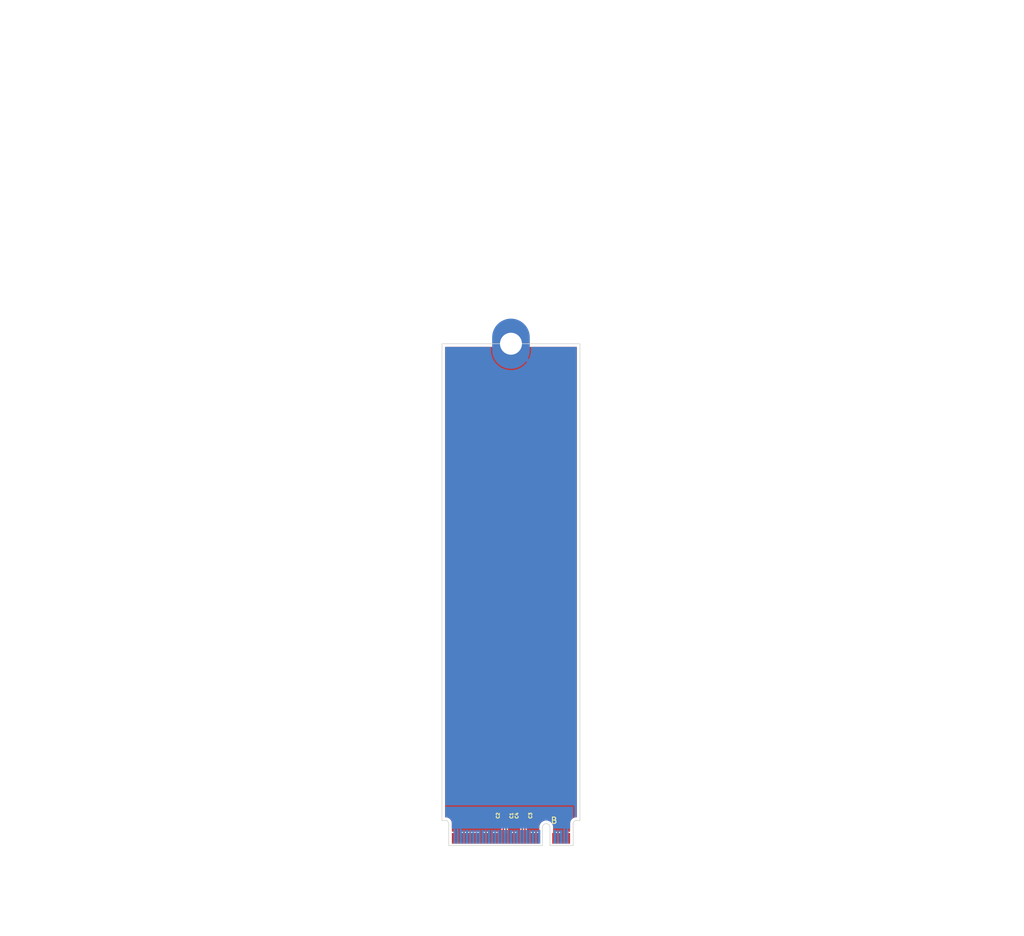
<source format=kicad_pcb>
(kicad_pcb (version 20241229) (generator "pcbnew") (generator_version "9.0")
  (layers (0 "F.Cu" signal) (2 "B.Cu" signal) (13 "F.Paste" user) (15 "B.Paste" user) (5 "F.SilkS" user "F.Silkscreen") (7 "B.SilkS" user "B.Silkscreen") (1 "F.Mask" user) (3 "B.Mask" user) (25 "Edge.Cuts" user))
  (net 0 "")
  (net 1 "/M.2 B key/PET0N")
  (net 2 "/M.2 B key/PET0P")
  (net 3 "/M.2 B key/PET1P")
  (net 4 "/M.2 B key/PET1N")
  (net 5 "GND")
  (net 6 "/CONFIG_3")
  (net 7 "+3.3V")
  (net 8 "/FULL_CARD_PWR_OFF#")
  (net 9 "/USB_D+")
  (net 10 "/W_DISABLE1#")
  (net 11 "/USB_D-")
  (net 12 "/GPIO_9{slash}LED#1")
  (net 13 "/GPIO_5")
  (net 14 "/CONFIG_0")
  (net 15 "/GPIO_6")
  (net 16 "/DPR")
  (net 17 "/GPIO_7")
  (net 18 "/GPIO_11")
  (net 19 "/GPIO_10")
  (net 20 "/GPIO_8")
  (net 21 "/UIM-RESET")
  (net 22 "/UIM-CLK")
  (net 23 "/UIM-DATA")
  (net 24 "/PER1-")
  (net 25 "/UIM-PWR")
  (net 26 "/PER1+")
  (net 27 "/DEVSLP")
  (net 28 "/GPIO_0")
  (net 29 "/GPIO_1")
  (net 30 "/GPIO_2")
  (net 31 "/GPIO_3")
  (net 32 "/PER0-")
  (net 33 "/GPIO_4")
  (net 34 "/PER0+")
  (net 35 "/PERST#")
  (net 36 "/CLKREQ#")
  (net 37 "/REFCLK-")
  (net 38 "/PEWAKE#")
  (net 39 "/REFCLK+")
  (net 42 "/ANTCTL0")
  (net 44 "/ANTCTL1")
  (net 46 "/ANTCTL2")
  (net 48 "/ANTCTL3")
  (net 49 "/SIM_DETECT")
  (net 50 "/RESET#")
  (net 51 "/SUSCLK")
  (net 52 "/CONFIG_1")
  (net 53 "/CONFIG_2")
  (net 54 "/PET0+")
  (net 55 "/PET1+")
  (net 56 "/PET1-")
  (net 57 "/PET0-")
  (footprint "Capacitor_SMD:C_0201_0603Metric" (layer "F.Cu") (at 109.11 153.5 90)
    (property "Reference" "C1" (at 0 0.73 270) (layer "F.SilkS") (effects (font (size 0.5 0.5))))
    (property "Value" "220nF")
    (pad "1" smd roundrect (at -0.32 0 90) (size 0.46 0.4) (layers "F.Cu" "F.Mask") (net 1 "/M.2 B key/PET0N"))
    (pad "2" smd roundrect (at 0.32 0 90) (size 0.46 0.4) (layers "F.Cu" "F.Mask") (net 57 "/PET0-"))
  )
  (footprint "Capacitor_SMD:C_0201_0603Metric" (layer "F.Cu") (at 112.11 153.5 90)
    (property "Reference" "C3" (at 0 0.75 90) (layer "F.SilkS") (effects (font (size 0.5 0.5))))
    (property "Value" "220nF")
    (pad "1" smd roundrect (at -0.32 0 90) (size 0.46 0.4) (layers "F.Cu" "F.Mask") (net 4 "/M.2 B key/PET1N"))
    (pad "2" smd roundrect (at 0.32 0 90) (size 0.46 0.4) (layers "F.Cu" "F.Mask") (net 56 "/PET1-"))
  )
  (footprint "Athena KiCAd library:M.2 Mounting Pad" (layer "F.Cu") (at 109.76 78.27)
    (property "Reference" "H1")
    (property "Value" "MountingHole_Pad")
    (pad "1" thru_hole circle (at 0 0) (size 5.5 5.5) (drill 3.5) (property pad_prop_castellated) (layers "*.Cu" "*.Mask") (net 5 "GND") (padstack (mode front_inner_back) (layer "Inner" (shape circle) (size 5.5 5.5)) (layer "B.Cu" (shape oval) (size 6 8))))
  )
  (footprint "Capacitor_SMD:C_0201_0603Metric" (layer "F.Cu") (at 108.41 153.5 90)
    (property "Reference" "C2" (at 0 -0.73 90) (layer "F.SilkS") (effects (font (size 0.5 0.5))))
    (property "Value" "220nF")
    (pad "1" smd roundrect (at -0.32 0 90) (size 0.46 0.4) (layers "F.Cu" "F.Mask") (net 2 "/M.2 B key/PET0P"))
    (pad "2" smd roundrect (at 0.32 0 90) (size 0.46 0.4) (layers "F.Cu" "F.Mask") (net 54 "/PET0+"))
  )
  (footprint "Capacitor_SMD:C_0201_0603Metric" (layer "F.Cu") (at 111.41 153.5 90)
    (property "Reference" "C4" (at 0 -0.72 90) (layer "F.SilkS") (effects (font (size 0.5 0.5))))
    (property "Value" "220nF")
    (pad "1" smd roundrect (at -0.32 0 90) (size 0.46 0.4) (layers "F.Cu" "F.Mask") (net 3 "/M.2 B key/PET1P"))
    (pad "2" smd roundrect (at 0.32 0 90) (size 0.46 0.4) (layers "F.Cu" "F.Mask") (net 55 "/PET1+"))
  )
  (footprint "PCIexpress:M.2 B Key Connector" (layer "F.Cu") (at 109.76 157.16)
    (property "Reference" "J1")
    (property "Value" "~")
    (fp_line (start -11 -2.89) (end -10.425 -2.89) (stroke (width 0.1)) (layer "Edge.Cuts") (net 120))
    (fp_line (start -9.925 -2.39) (end -9.925 1.11) (stroke (width 0.1)) (layer "Edge.Cuts") (net 120))
    (fp_line (start 5.02 -1.79) (end 5.02 1.11) (stroke (width 0.1)) (layer "Edge.Cuts") (net 120))
    (fp_line (start 5.02 1.11) (end -9.925 1.11) (stroke (width 0.1)) (layer "Edge.Cuts") (net 120))
    (fp_line (start 6.22 -1.79) (end 6.22 1.11) (stroke (width 0.1)) (layer "Edge.Cuts") (net 120))
    (fp_line (start 6.225333 1.11) (end 9.925 1.11) (stroke (width 0.1)) (layer "Edge.Cuts") (net 120))
    (fp_line (start 9.925 -2.39) (end 9.925 1.11) (stroke (width 0.1)) (layer "Edge.Cuts") (net 120))
    (fp_line (start 10.425 -2.89) (end 11 -2.89) (stroke (width 0.1)) (layer "Edge.Cuts") (net 120))
    (fp_arc (start -10.425 -2.89) (mid -10.071447 -2.743553) (end -9.925 -2.39) (stroke (width 0.1)) (layer "Edge.Cuts") (net 120))
    (fp_arc (start 5.02 -1.79) (mid 5.62 -2.39) (end 6.22 -1.79) (stroke (width 0.1)) (layer "Edge.Cuts") (net 120))
    (fp_arc (start 9.925 -2.39) (mid 10.071447 -2.743553) (end 10.425 -2.89) (stroke (width 0.1)) (layer "Edge.Cuts") (net 120))
    (fp_text user "B" (at 6.27 -2.3 0) (layer "F.SilkS") (effects (justify left bottom)))
    (pad "1" smd rect (at 9.25 -0.04 180) (size 0.35 1.7) (layers "F.Cu") (net 6 "/CONFIG_3"))
    (pad "2" smd rect (at 9 -0.29 180) (size 0.35 2.2) (layers "B.Cu") (net 7 "+3.3V"))
    (pad "3" smd rect (at 8.75 -0.04 180) (size 0.35 1.7) (layers "F.Cu") (net 5 "GND"))
    (pad "4" smd rect (at 8.5 -0.29 180) (size 0.35 2.2) (layers "B.Cu") (net 7 "+3.3V"))
    (pad "5" smd rect (at 8.25 -0.04 180) (size 0.35 1.7) (layers "F.Cu") (net 5 "GND"))
    (pad "6" smd rect (at 8 -0.29 180) (size 0.35 2.2) (layers "B.Cu") (net 8 "/FULL_CARD_PWR_OFF#"))
    (pad "7" smd rect (at 7.75 -0.04 180) (size 0.35 1.7) (layers "F.Cu") (net 9 "/USB_D+"))
    (pad "8" smd rect (at 7.5 -0.29 180) (size 0.35 2.2) (layers "B.Cu") (net 10 "/W_DISABLE1#"))
    (pad "9" smd rect (at 7.25 -0.04 180) (size 0.35 1.7) (layers "F.Cu") (net 11 "/USB_D-"))
    (pad "10" smd rect (at 7 -0.29 180) (size 0.35 2.2) (layers "B.Cu") (net 12 "/GPIO_9{slash}LED#1"))
    (pad "11" smd rect (at 6.75 -0.04 180) (size 0.35 1.7) (layers "F.Cu") (net 5 "GND"))
    (pad "20" smd rect (at 4.5 -0.29 180) (size 0.35 2.2) (layers "B.Cu") (net 13 "/GPIO_5"))
    (pad "21" smd rect (at 4.25 -0.04 180) (size 0.35 1.7) (layers "F.Cu") (net 14 "/CONFIG_0"))
    (pad "22" smd rect (at 4 -0.29 180) (size 0.35 2.2) (layers "B.Cu") (net 15 "/GPIO_6"))
    (pad "23" smd rect (at 3.75 -0.04 180) (size 0.35 1.7) (layers "F.Cu") (net 16 "/DPR"))
    (pad "24" smd rect (at 3.5 -0.29 180) (size 0.35 2.2) (layers "B.Cu") (net 17 "/GPIO_7"))
    (pad "25" smd rect (at 3.25 -0.04 180) (size 0.35 1.7) (layers "F.Cu") (net 18 "/GPIO_11"))
    (pad "26" smd rect (at 3 -0.29 180) (size 0.35 2.2) (layers "B.Cu") (net 19 "/GPIO_10"))
    (pad "27" smd rect (at 2.75 -0.04 180) (size 0.35 1.7) (layers "F.Cu") (net 5 "GND"))
    (pad "28" smd rect (at 2.5 -0.29 180) (size 0.35 2.2) (layers "B.Cu") (net 20 "/GPIO_8"))
    (pad "29" smd rect (at 2.25 -0.04 180) (size 0.35 1.7) (layers "F.Cu") (net 4 "/M.2 B key/PET1N"))
    (pad "30" smd rect (at 2 -0.29 180) (size 0.35 2.2) (layers "B.Cu") (net 21 "/UIM-RESET"))
    (pad "31" smd rect (at 1.75 -0.04 180) (size 0.35 1.7) (layers "F.Cu") (net 3 "/M.2 B key/PET1P"))
    (pad "32" smd rect (at 1.5 -0.29 180) (size 0.35 2.2) (layers "B.Cu") (net 22 "/UIM-CLK"))
    (pad "33" smd rect (at 1.25 -0.04 180) (size 0.35 1.7) (layers "F.Cu") (net 5 "GND"))
    (pad "34" smd rect (at 1 -0.29 180) (size 0.35 2.2) (layers "B.Cu") (net 23 "/UIM-DATA"))
    (pad "35" smd rect (at 0.75 -0.04 180) (size 0.35 1.7) (layers "F.Cu") (net 24 "/PER1-"))
    (pad "36" smd rect (at 0.5 -0.29 180) (size 0.35 2.2) (layers "B.Cu") (net 25 "/UIM-PWR"))
    (pad "37" smd rect (at 0.25 -0.04 180) (size 0.35 1.7) (layers "F.Cu") (net 26 "/PER1+"))
    (pad "38" smd rect (at 0 -0.29 180) (size 0.35 2.2) (layers "B.Cu") (net 27 "/DEVSLP"))
    (pad "39" smd rect (at -0.25 -0.04 180) (size 0.35 1.7) (layers "F.Cu") (net 5 "GND"))
    (pad "40" smd rect (at -0.5 -0.29 180) (size 0.35 2.2) (layers "B.Cu") (net 28 "/GPIO_0"))
    (pad "41" smd rect (at -0.75 -0.04 180) (size 0.35 1.7) (layers "F.Cu") (net 1 "/M.2 B key/PET0N"))
    (pad "42" smd rect (at -1 -0.29 180) (size 0.35 2.2) (layers "B.Cu") (net 29 "/GPIO_1"))
    (pad "43" smd rect (at -1.25 -0.04 180) (size 0.35 1.7) (layers "F.Cu") (net 2 "/M.2 B key/PET0P"))
    (pad "44" smd rect (at -1.5 -0.29 180) (size 0.35 2.2) (layers "B.Cu") (net 30 "/GPIO_2"))
    (pad "45" smd rect (at -1.75 -0.04 180) (size 0.35 1.7) (layers "F.Cu") (net 5 "GND"))
    (pad "46" smd rect (at -2 -0.29 180) (size 0.35 2.2) (layers "B.Cu") (net 31 "/GPIO_3"))
    (pad "47" smd rect (at -2.25 -0.04 180) (size 0.35 1.7) (layers "F.Cu") (net 32 "/PER0-"))
    (pad "48" smd rect (at -2.5 -0.29 180) (size 0.35 2.2) (layers "B.Cu") (net 33 "/GPIO_4"))
    (pad "49" smd rect (at -2.75 -0.04 180) (size 0.35 1.7) (layers "F.Cu") (net 34 "/PER0+"))
    (pad "50" smd rect (at -3 -0.29 180) (size 0.35 2.2) (layers "B.Cu") (net 35 "/PERST#"))
    (pad "51" smd rect (at -3.25 -0.04 180) (size 0.35 1.7) (layers "F.Cu") (net 5 "GND"))
    (pad "52" smd rect (at -3.5 -0.29 180) (size 0.35 2.2) (layers "B.Cu") (net 36 "/CLKREQ#"))
    (pad "53" smd rect (at -3.75 -0.04 180) (size 0.35 1.7) (layers "F.Cu") (net 37 "/REFCLK-"))
    (pad "54" smd rect (at -4 -0.29 180) (size 0.35 2.2) (layers "B.Cu") (net 38 "/PEWAKE#"))
    (pad "55" smd rect (at -4.25 -0.04 180) (size 0.35 1.7) (layers "F.Cu") (net 39 "/REFCLK+"))
    (pad "56" smd rect (at -4.5 -0.29 180) (size 0.35 2.2) (layers "B.Cu"))
    (pad "57" smd rect (at -4.75 -0.04 180) (size 0.35 1.7) (layers "F.Cu") (net 5 "GND"))
    (pad "58" smd rect (at -5 -0.29 180) (size 0.35 2.2) (layers "B.Cu"))
    (pad "59" smd rect (at -5.25 -0.04 180) (size 0.35 1.7) (layers "F.Cu") (net 42 "/ANTCTL0"))
    (pad "60" smd rect (at -5.5 -0.29 180) (size 0.35 2.2) (layers "B.Cu"))
    (pad "61" smd rect (at -5.75 -0.04 180) (size 0.35 1.7) (layers "F.Cu") (net 44 "/ANTCTL1"))
    (pad "62" smd rect (at -6 -0.29 180) (size 0.35 2.2) (layers "B.Cu"))
    (pad "63" smd rect (at -6.25 -0.04 180) (size 0.35 1.7) (layers "F.Cu") (net 46 "/ANTCTL2"))
    (pad "64" smd rect (at -6.5 -0.29 180) (size 0.35 2.2) (layers "B.Cu"))
    (pad "65" smd rect (at -6.75 -0.04 180) (size 0.35 1.7) (layers "F.Cu") (net 48 "/ANTCTL3"))
    (pad "66" smd rect (at -7 -0.29 180) (size 0.35 2.2) (layers "B.Cu") (net 49 "/SIM_DETECT"))
    (pad "67" smd rect (at -7.25 -0.04 180) (size 0.35 1.7) (layers "F.Cu") (net 50 "/RESET#"))
    (pad "68" smd rect (at -7.5 -0.29 180) (size 0.35 2.2) (layers "B.Cu") (net 51 "/SUSCLK"))
    (pad "69" smd rect (at -7.75 -0.04 180) (size 0.35 1.7) (layers "F.Cu") (net 52 "/CONFIG_1"))
    (pad "70" smd rect (at -8 -0.29 180) (size 0.35 2.2) (layers "B.Cu") (net 7 "+3.3V"))
    (pad "71" smd rect (at -8.25 -0.04 180) (size 0.35 1.7) (layers "F.Cu") (net 5 "GND"))
    (pad "72" smd rect (at -8.5 -0.29 180) (size 0.35 2.2) (layers "B.Cu") (net 7 "+3.3V"))
    (pad "73" smd rect (at -8.75 -0.04 180) (size 0.35 1.7) (layers "F.Cu") (net 5 "GND"))
    (pad "74" smd rect (at -9 -0.29 180) (size 0.35 2.2) (layers "B.Cu") (net 7 "+3.3V"))
    (pad "75" smd rect (at -9.25 -0.04 180) (size 0.35 1.7) (layers "F.Cu") (net 53 "/CONFIG_2"))
  )
  (gr_line (start 98.76 78.27) (end 98.76 154.27) (stroke (width 0.1)) (layer "Edge.Cuts"))
  (gr_line (start 120.76 154.27) (end 120.76 78.27) (stroke (width 0.1)) (layer "Edge.Cuts"))
  (gr_line (start 120.76 78.27) (end 98.76 78.27) (stroke (width 0.1)) (layer "Edge.Cuts"))
  (segment (start 109.11 154.165001) (end 109.11 153.82) (width 0.2) (layer "F.Cu") (net 1))
  (segment (start 108.985 155.819999) (end 108.985 154.290001) (width 0.2) (layer "F.Cu") (net 1))
  (segment (start 109.01 155.844999) (end 108.985 155.819999) (width 0.2) (layer "F.Cu") (net 1))
  (segment (start 108.985 154.290001) (end 109.11 154.165001) (width 0.2) (layer "F.Cu") (net 1))
  (segment (start 109.01 157.12) (end 109.01 155.844999) (width 0.2) (layer "F.Cu") (net 1))
  (segment (start 108.51 155.844999) (end 108.535 155.819999) (width 0.2) (layer "F.Cu") (net 2))
  (segment (start 108.535 155.819999) (end 108.535 154.290001) (width 0.2) (layer "F.Cu") (net 2))
  (segment (start 108.535 154.290001) (end 108.41 154.165001) (width 0.2) (layer "F.Cu") (net 2))
  (segment (start 108.41 154.165001) (end 108.41 153.82) (width 0.2) (layer "F.Cu") (net 2))
  (segment (start 108.51 157.12) (end 108.51 155.844999) (width 0.2) (layer "F.Cu") (net 2))
  (segment (start 111.535 155.819999) (end 111.535 154.290001) (width 0.2) (layer "F.Cu") (net 3))
  (segment (start 111.51 157.12) (end 111.51 155.844999) (width 0.2) (layer "F.Cu") (net 3))
  (segment (start 111.51 155.844999) (end 111.535 155.819999) (width 0.2) (layer "F.Cu") (net 3))
  (segment (start 111.41 154.165001) (end 111.41 153.82) (width 0.2) (layer "F.Cu") (net 3))
  (segment (start 111.535 154.290001) (end 111.41 154.165001) (width 0.2) (layer "F.Cu") (net 3))
  (segment (start 112.01 155.844999) (end 111.985 155.819999) (width 0.2) (layer "F.Cu") (net 4))
  (segment (start 111.985 155.819999) (end 111.985 154.290001) (width 0.2) (layer "F.Cu") (net 4))
  (segment (start 112.11 154.165001) (end 112.11 153.82) (width 0.2) (layer "F.Cu") (net 4))
  (segment (start 111.985 154.290001) (end 112.11 154.165001) (width 0.2) (layer "F.Cu") (net 4))
  (segment (start 112.01 157.12) (end 112.01 155.844999) (width 0.2) (layer "F.Cu") (net 4))
  (zone (net 5) (net_name "GND") (layers "F.Cu" "B.Cu") (connect_pads (clearance 0.15)) (min_thickness 0.15) (fill yes (thermal_gap 0.2) (thermal_bridge_width 0.5))
    (polygon (pts (xy 94.76 156.51) (xy 94.76 48.27) (xy 124.76 48.27) (xy 124.76 156.51)))
  )
  (zone (net 7) (net_name "+3.3V") (layer "B.Cu") (priority 1) (connect_pads (clearance 0.2)) (min_thickness 0.1) (fill yes (thermal_gap 0.2) (thermal_bridge_width 0.25))
    (polygon (pts (xy 119.68 156.45) (xy 119.68 152.085) (xy 119.665 152.07) (xy 99.21 152.07) (xy 99.21 156.7) (xy 119.43 156.7)))
  )
)
</source>
